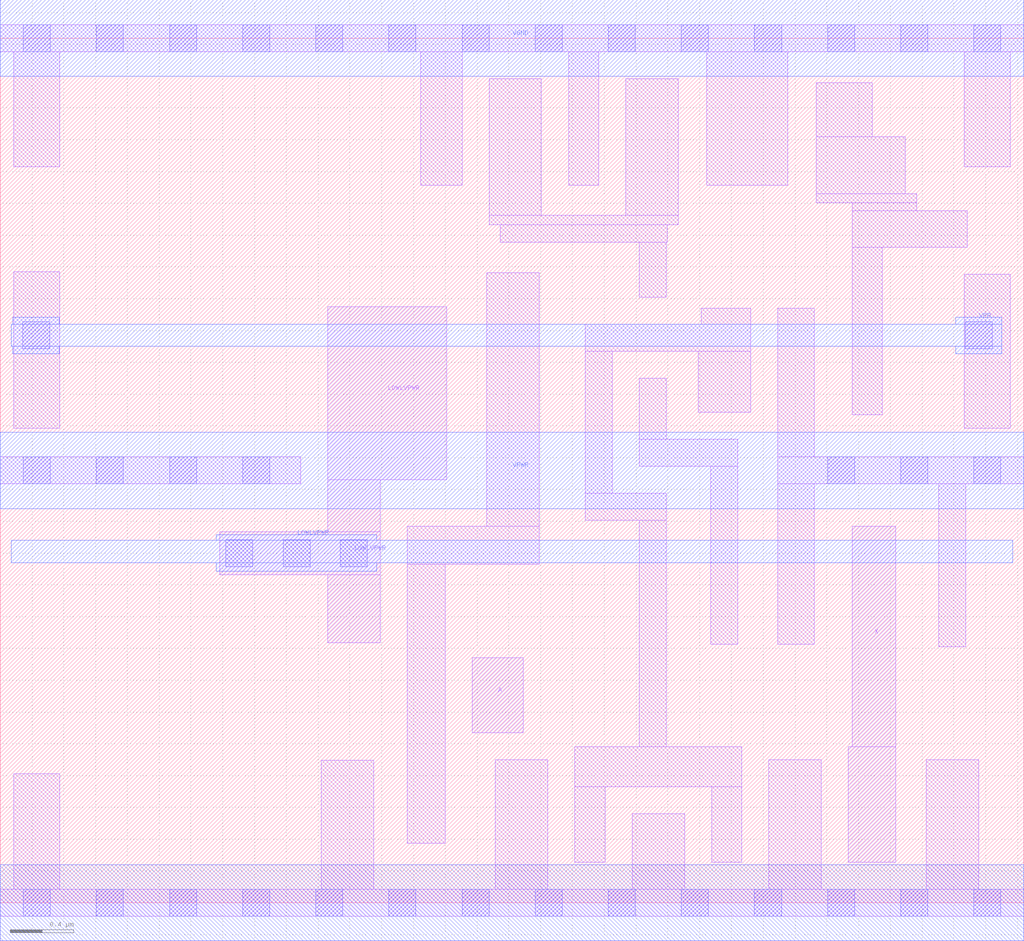
<source format=lef>
# Copyright 2020 The SkyWater PDK Authors
#
# Licensed under the Apache License, Version 2.0 (the "License");
# you may not use this file except in compliance with the License.
# You may obtain a copy of the License at
#
#     https://www.apache.org/licenses/LICENSE-2.0
#
# Unless required by applicable law or agreed to in writing, software
# distributed under the License is distributed on an "AS IS" BASIS,
# WITHOUT WARRANTIES OR CONDITIONS OF ANY KIND, either express or implied.
# See the License for the specific language governing permissions and
# limitations under the License.
#
# SPDX-License-Identifier: Apache-2.0

VERSION 5.7 ;
  NOWIREEXTENSIONATPIN ON ;
  DIVIDERCHAR "/" ;
  BUSBITCHARS "[]" ;
MACRO sky130_fd_sc_hd__lpflow_lsbuf_lh_isowell_tap_2
  CLASS CORE WELLTAP ;
  FOREIGN sky130_fd_sc_hd__lpflow_lsbuf_lh_isowell_tap_2 ;
  ORIGIN  0.000000  0.000000 ;
  SIZE  6.440000 BY  5.440000 ;
  SYMMETRY X Y R90 ;
  SITE unithd ;
  PIN A
    ANTENNAGATEAREA  0.603000 ;
    DIRECTION INPUT ;
    USE SIGNAL ;
    PORT
      LAYER li1 ;
        RECT 2.970000 1.070000 3.290000 1.540000 ;
    END
  END A
  PIN VPB
    ANTENNADIFFAREA  0.297500 ;
    PORT
      LAYER met1 ;
        RECT 0.070000 3.500000 6.300000 3.640000 ;
        RECT 0.080000 3.455000 0.370000 3.500000 ;
        RECT 0.080000 3.640000 0.370000 3.685000 ;
        RECT 6.010000 3.455000 6.300000 3.500000 ;
        RECT 6.010000 3.640000 6.300000 3.685000 ;
    END
  END VPB
  PIN X
    ANTENNADIFFAREA  0.610500 ;
    DIRECTION OUTPUT ;
    USE SIGNAL ;
    PORT
      LAYER li1 ;
        RECT 5.335000 0.255000 5.635000 0.980000 ;
        RECT 5.360000 0.980000 5.635000 2.370000 ;
    END
  END X
  PIN LOWLVPWR
    DIRECTION INOUT ;
    SHAPE ABUTMENT ;
    USE POWER ;
    PORT
      LAYER li1 ;
        RECT 1.380000 2.065000 2.390000 2.335000 ;
        RECT 2.060000 1.635000 2.390000 2.065000 ;
        RECT 2.060000 2.335000 2.390000 2.660000 ;
        RECT 2.060000 2.660000 2.810000 3.750000 ;
      LAYER mcon ;
        RECT 1.420000 2.115000 1.590000 2.285000 ;
        RECT 1.780000 2.115000 1.950000 2.285000 ;
        RECT 2.140000 2.115000 2.310000 2.285000 ;
    END
    PORT
      LAYER met1 ;
        RECT 0.070000 2.140000 6.370000 2.280000 ;
        RECT 1.360000 2.085000 2.370000 2.140000 ;
        RECT 1.360000 2.280000 2.370000 2.315000 ;
    END
  END LOWLVPWR
  PIN VGND
    DIRECTION INOUT ;
    SHAPE ABUTMENT ;
    USE GROUND ;
    PORT
      LAYER met1 ;
        RECT 0.000000 5.200000 6.440000 5.680000 ;
    END
  END VGND
  PIN VPWR
    DIRECTION INOUT ;
    SHAPE ABUTMENT ;
    USE POWER ;
    PORT
      LAYER met1 ;
        RECT 0.000000 2.480000 6.440000 2.960000 ;
    END
  END VPWR
  OBS
    LAYER li1 ;
      RECT 0.000000 -0.085000 6.440000 0.085000 ;
      RECT 0.000000  2.635000 1.890000 2.805000 ;
      RECT 0.000000  5.355000 6.440000 5.525000 ;
      RECT 0.085000  0.085000 0.375000 0.810000 ;
      RECT 0.085000  2.985000 0.375000 3.970000 ;
      RECT 0.085000  4.630000 0.375000 5.355000 ;
      RECT 2.020000  0.085000 2.350000 0.895000 ;
      RECT 2.560000  0.375000 2.800000 2.130000 ;
      RECT 2.560000  2.130000 3.390000 2.370000 ;
      RECT 2.645000  4.515000 2.905000 5.355000 ;
      RECT 3.060000  2.370000 3.390000 3.965000 ;
      RECT 3.075000  4.265000 4.265000 4.325000 ;
      RECT 3.075000  4.325000 3.405000 5.185000 ;
      RECT 3.115000  0.085000 3.445000 0.900000 ;
      RECT 3.145000  4.155000 4.195000 4.265000 ;
      RECT 3.575000  4.515000 3.765000 5.355000 ;
      RECT 3.615000  0.255000 3.805000 0.730000 ;
      RECT 3.615000  0.730000 4.665000 0.980000 ;
      RECT 3.680000  2.405000 4.190000 2.575000 ;
      RECT 3.680000  2.575000 3.850000 3.470000 ;
      RECT 3.680000  3.470000 4.720000 3.640000 ;
      RECT 3.935000  4.325000 4.265000 5.185000 ;
      RECT 3.975000  0.085000 4.305000 0.560000 ;
      RECT 4.020000  0.980000 4.190000 2.405000 ;
      RECT 4.020000  2.745000 4.640000 2.915000 ;
      RECT 4.020000  2.915000 4.190000 3.300000 ;
      RECT 4.020000  3.810000 4.190000 4.155000 ;
      RECT 4.390000  3.085000 4.720000 3.470000 ;
      RECT 4.410000  3.640000 4.720000 3.740000 ;
      RECT 4.445000  4.515000 4.955000 5.355000 ;
      RECT 4.470000  1.625000 4.640000 2.745000 ;
      RECT 4.475000  0.255000 4.665000 0.730000 ;
      RECT 4.835000  0.085000 5.165000 0.900000 ;
      RECT 4.890000  1.625000 5.120000 2.635000 ;
      RECT 4.890000  2.635000 6.440000 2.805000 ;
      RECT 4.890000  2.805000 5.120000 3.740000 ;
      RECT 5.135000  4.405000 5.765000 4.460000 ;
      RECT 5.135000  4.460000 5.695000 4.820000 ;
      RECT 5.135000  4.820000 5.485000 5.160000 ;
      RECT 5.360000  3.070000 5.550000 4.125000 ;
      RECT 5.360000  4.125000 6.085000 4.355000 ;
      RECT 5.360000  4.355000 5.765000 4.405000 ;
      RECT 5.825000  0.085000 6.155000 0.900000 ;
      RECT 5.905000  1.610000 6.075000 2.635000 ;
      RECT 6.065000  2.985000 6.355000 3.955000 ;
      RECT 6.065000  4.630000 6.355000 5.355000 ;
    LAYER mcon ;
      RECT 0.140000  3.485000 0.310000 3.655000 ;
      RECT 0.145000 -0.085000 0.315000 0.085000 ;
      RECT 0.145000  2.635000 0.315000 2.805000 ;
      RECT 0.145000  5.355000 0.315000 5.525000 ;
      RECT 0.605000 -0.085000 0.775000 0.085000 ;
      RECT 0.605000  2.635000 0.775000 2.805000 ;
      RECT 0.605000  5.355000 0.775000 5.525000 ;
      RECT 1.065000 -0.085000 1.235000 0.085000 ;
      RECT 1.065000  2.635000 1.235000 2.805000 ;
      RECT 1.065000  5.355000 1.235000 5.525000 ;
      RECT 1.525000 -0.085000 1.695000 0.085000 ;
      RECT 1.525000  2.635000 1.695000 2.805000 ;
      RECT 1.525000  5.355000 1.695000 5.525000 ;
      RECT 1.985000 -0.085000 2.155000 0.085000 ;
      RECT 1.985000  5.355000 2.155000 5.525000 ;
      RECT 2.445000 -0.085000 2.615000 0.085000 ;
      RECT 2.445000  5.355000 2.615000 5.525000 ;
      RECT 2.905000 -0.085000 3.075000 0.085000 ;
      RECT 2.905000  5.355000 3.075000 5.525000 ;
      RECT 3.365000 -0.085000 3.535000 0.085000 ;
      RECT 3.365000  5.355000 3.535000 5.525000 ;
      RECT 3.825000 -0.085000 3.995000 0.085000 ;
      RECT 3.825000  5.355000 3.995000 5.525000 ;
      RECT 4.285000 -0.085000 4.455000 0.085000 ;
      RECT 4.285000  5.355000 4.455000 5.525000 ;
      RECT 4.745000 -0.085000 4.915000 0.085000 ;
      RECT 4.745000  5.355000 4.915000 5.525000 ;
      RECT 5.205000 -0.085000 5.375000 0.085000 ;
      RECT 5.205000  2.635000 5.375000 2.805000 ;
      RECT 5.205000  5.355000 5.375000 5.525000 ;
      RECT 5.665000 -0.085000 5.835000 0.085000 ;
      RECT 5.665000  2.635000 5.835000 2.805000 ;
      RECT 5.665000  5.355000 5.835000 5.525000 ;
      RECT 6.070000  3.485000 6.240000 3.655000 ;
      RECT 6.125000 -0.085000 6.295000 0.085000 ;
      RECT 6.125000  2.635000 6.295000 2.805000 ;
      RECT 6.125000  5.355000 6.295000 5.525000 ;
    LAYER met1 ;
      RECT 0.000000 -0.240000 6.440000 0.240000 ;
  END
END sky130_fd_sc_hd__lpflow_lsbuf_lh_isowell_tap_2
END LIBRARY

</source>
